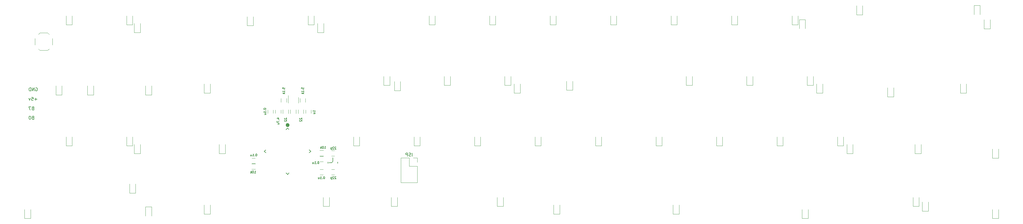
<source format=gbo>
G04 #@! TF.GenerationSoftware,KiCad,Pcbnew,(5.99.0-11177-g6c67dfa032)*
G04 #@! TF.CreationDate,2021-08-04T18:30:16+03:00*
G04 #@! TF.ProjectId,lyra_beta,6c797261-5f62-4657-9461-2e6b69636164,rev?*
G04 #@! TF.SameCoordinates,Original*
G04 #@! TF.FileFunction,Legend,Bot*
G04 #@! TF.FilePolarity,Positive*
%FSLAX46Y46*%
G04 Gerber Fmt 4.6, Leading zero omitted, Abs format (unit mm)*
G04 Created by KiCad (PCBNEW (5.99.0-11177-g6c67dfa032)) date 2021-08-04 18:30:16*
%MOMM*%
%LPD*%
G01*
G04 APERTURE LIST*
%ADD10C,0.150000*%
%ADD11C,0.120000*%
G04 APERTURE END LIST*
D10*
X88367728Y-91937828D02*
X87605823Y-91937828D01*
X87986776Y-92318780D02*
X87986776Y-91556876D01*
X86653443Y-91318780D02*
X87129633Y-91318780D01*
X87177252Y-91794971D01*
X87129633Y-91747352D01*
X87034395Y-91699733D01*
X86796300Y-91699733D01*
X86701062Y-91747352D01*
X86653443Y-91794971D01*
X86605823Y-91890209D01*
X86605823Y-92128304D01*
X86653443Y-92223542D01*
X86701062Y-92271161D01*
X86796300Y-92318780D01*
X87034395Y-92318780D01*
X87129633Y-92271161D01*
X87177252Y-92223542D01*
X86272490Y-91652114D02*
X86034395Y-92318780D01*
X85796300Y-91652114D01*
X87034495Y-97747571D02*
X86891638Y-97795190D01*
X86844019Y-97842809D01*
X86796400Y-97938047D01*
X86796400Y-98080904D01*
X86844019Y-98176142D01*
X86891638Y-98223761D01*
X86986876Y-98271380D01*
X87367828Y-98271380D01*
X87367828Y-97271380D01*
X87034495Y-97271380D01*
X86939257Y-97319000D01*
X86891638Y-97366619D01*
X86844019Y-97461857D01*
X86844019Y-97557095D01*
X86891638Y-97652333D01*
X86939257Y-97699952D01*
X87034495Y-97747571D01*
X87367828Y-97747571D01*
X86177352Y-97271380D02*
X86082114Y-97271380D01*
X85986876Y-97319000D01*
X85939257Y-97366619D01*
X85891638Y-97461857D01*
X85844019Y-97652333D01*
X85844019Y-97890428D01*
X85891638Y-98080904D01*
X85939257Y-98176142D01*
X85986876Y-98223761D01*
X86082114Y-98271380D01*
X86177352Y-98271380D01*
X86272590Y-98223761D01*
X86320209Y-98176142D01*
X86367828Y-98080904D01*
X86415447Y-97890428D01*
X86415447Y-97652333D01*
X86367828Y-97461857D01*
X86320209Y-97366619D01*
X86272590Y-97319000D01*
X86177352Y-97271380D01*
X87034495Y-94771471D02*
X86891638Y-94819090D01*
X86844019Y-94866709D01*
X86796400Y-94961947D01*
X86796400Y-95104804D01*
X86844019Y-95200042D01*
X86891638Y-95247661D01*
X86986876Y-95295280D01*
X87367828Y-95295280D01*
X87367828Y-94295280D01*
X87034495Y-94295280D01*
X86939257Y-94342900D01*
X86891638Y-94390519D01*
X86844019Y-94485757D01*
X86844019Y-94580995D01*
X86891638Y-94676233D01*
X86939257Y-94723852D01*
X87034495Y-94771471D01*
X87367828Y-94771471D01*
X86463066Y-94295280D02*
X85796400Y-94295280D01*
X86224971Y-95295280D01*
X166371333Y-97862061D02*
X166338000Y-97895394D01*
X166304666Y-97962061D01*
X166304666Y-98128728D01*
X166338000Y-98195394D01*
X166371333Y-98228728D01*
X166438000Y-98262061D01*
X166504666Y-98262061D01*
X166604666Y-98228728D01*
X167004666Y-97828728D01*
X167004666Y-98262061D01*
X166371333Y-98528728D02*
X166338000Y-98562061D01*
X166304666Y-98628728D01*
X166304666Y-98795394D01*
X166338000Y-98862061D01*
X166371333Y-98895394D01*
X166438000Y-98928728D01*
X166504666Y-98928728D01*
X166604666Y-98895394D01*
X167004666Y-98495394D01*
X167004666Y-98928728D01*
X171133465Y-97862061D02*
X171100132Y-97895394D01*
X171066798Y-97962061D01*
X171066798Y-98128728D01*
X171100132Y-98195394D01*
X171133465Y-98228728D01*
X171200132Y-98262061D01*
X171266798Y-98262061D01*
X171366798Y-98228728D01*
X171766798Y-97828728D01*
X171766798Y-98262061D01*
X171133465Y-98528728D02*
X171100132Y-98562061D01*
X171066798Y-98628728D01*
X171066798Y-98795394D01*
X171100132Y-98862061D01*
X171133465Y-98895394D01*
X171200132Y-98928728D01*
X171266798Y-98928728D01*
X171366798Y-98895394D01*
X171766798Y-98495394D01*
X171766798Y-98928728D01*
X171662111Y-88680179D02*
X171662111Y-88346846D01*
X171995445Y-88313512D01*
X171962111Y-88346846D01*
X171928778Y-88413512D01*
X171928778Y-88580179D01*
X171962111Y-88646846D01*
X171995445Y-88680179D01*
X172062111Y-88713512D01*
X172228778Y-88713512D01*
X172295445Y-88680179D01*
X172328778Y-88646846D01*
X172362111Y-88580179D01*
X172362111Y-88413512D01*
X172328778Y-88346846D01*
X172295445Y-88313512D01*
X172295445Y-89013512D02*
X172328778Y-89046846D01*
X172362111Y-89013512D01*
X172328778Y-88980179D01*
X172295445Y-89013512D01*
X172362111Y-89013512D01*
X172362111Y-89713512D02*
X172362111Y-89313512D01*
X172362111Y-89513512D02*
X171662111Y-89513512D01*
X171762111Y-89446846D01*
X171828778Y-89380179D01*
X171862111Y-89313512D01*
X172362111Y-90013512D02*
X171662111Y-90013512D01*
X172095445Y-90080179D02*
X172362111Y-90280179D01*
X171895445Y-90280179D02*
X172162111Y-90013512D01*
X87939153Y-88389800D02*
X88034391Y-88342180D01*
X88177248Y-88342180D01*
X88320105Y-88389800D01*
X88415343Y-88485038D01*
X88462962Y-88580276D01*
X88510581Y-88770752D01*
X88510581Y-88913609D01*
X88462962Y-89104085D01*
X88415343Y-89199323D01*
X88320105Y-89294561D01*
X88177248Y-89342180D01*
X88082010Y-89342180D01*
X87939153Y-89294561D01*
X87891534Y-89246942D01*
X87891534Y-88913609D01*
X88082010Y-88913609D01*
X87462962Y-89342180D02*
X87462962Y-88342180D01*
X86891534Y-89342180D01*
X86891534Y-88342180D01*
X86415343Y-89342180D02*
X86415343Y-88342180D01*
X86177248Y-88342180D01*
X86034391Y-88389800D01*
X85939153Y-88485038D01*
X85891534Y-88580276D01*
X85843915Y-88770752D01*
X85843915Y-88913609D01*
X85891534Y-89104085D01*
X85939153Y-89199323D01*
X86034391Y-89294561D01*
X86177248Y-89342180D01*
X86415343Y-89342180D01*
X165708981Y-88680179D02*
X165708981Y-88346846D01*
X166042315Y-88313512D01*
X166008981Y-88346846D01*
X165975648Y-88413512D01*
X165975648Y-88580179D01*
X166008981Y-88646846D01*
X166042315Y-88680179D01*
X166108981Y-88713512D01*
X166275648Y-88713512D01*
X166342315Y-88680179D01*
X166375648Y-88646846D01*
X166408981Y-88580179D01*
X166408981Y-88413512D01*
X166375648Y-88346846D01*
X166342315Y-88313512D01*
X166342315Y-89013512D02*
X166375648Y-89046846D01*
X166408981Y-89013512D01*
X166375648Y-88980179D01*
X166342315Y-89013512D01*
X166408981Y-89013512D01*
X166408981Y-89713512D02*
X166408981Y-89313512D01*
X166408981Y-89513512D02*
X165708981Y-89513512D01*
X165808981Y-89446846D01*
X165875648Y-89380179D01*
X165908981Y-89313512D01*
X166408981Y-90013512D02*
X165708981Y-90013512D01*
X166142315Y-90080179D02*
X166408981Y-90280179D01*
X165942315Y-90280179D02*
X166208981Y-90013512D01*
X175933989Y-95880809D02*
X175933989Y-95480809D01*
X175933989Y-95680809D02*
X175233989Y-95680809D01*
X175333989Y-95614142D01*
X175400656Y-95547476D01*
X175433989Y-95480809D01*
X175467323Y-96480809D02*
X175933989Y-96480809D01*
X175467323Y-96180809D02*
X175833989Y-96180809D01*
X175900656Y-96214142D01*
X175933989Y-96280809D01*
X175933989Y-96380809D01*
X175900656Y-96447476D01*
X175867323Y-96480809D01*
X156840847Y-115211971D02*
X157240847Y-115211971D01*
X157040847Y-115211971D02*
X157040847Y-114511971D01*
X157107514Y-114611971D01*
X157174181Y-114678638D01*
X157240847Y-114711971D01*
X156407514Y-114511971D02*
X156340847Y-114511971D01*
X156274181Y-114545305D01*
X156240847Y-114578638D01*
X156207514Y-114645305D01*
X156174181Y-114778638D01*
X156174181Y-114945305D01*
X156207514Y-115078638D01*
X156240847Y-115145305D01*
X156274181Y-115178638D01*
X156340847Y-115211971D01*
X156407514Y-115211971D01*
X156474181Y-115178638D01*
X156507514Y-115145305D01*
X156540847Y-115078638D01*
X156574181Y-114945305D01*
X156574181Y-114778638D01*
X156540847Y-114645305D01*
X156507514Y-114578638D01*
X156474181Y-114545305D01*
X156407514Y-114511971D01*
X155874181Y-115211971D02*
X155874181Y-114511971D01*
X155807514Y-114945305D02*
X155607514Y-115211971D01*
X155607514Y-114745305D02*
X155874181Y-115011971D01*
X157474181Y-109154154D02*
X157407514Y-109154154D01*
X157340847Y-109187488D01*
X157307514Y-109220821D01*
X157274181Y-109287488D01*
X157240847Y-109420821D01*
X157240847Y-109587488D01*
X157274181Y-109720821D01*
X157307514Y-109787488D01*
X157340847Y-109820821D01*
X157407514Y-109854154D01*
X157474181Y-109854154D01*
X157540847Y-109820821D01*
X157574181Y-109787488D01*
X157607514Y-109720821D01*
X157640847Y-109587488D01*
X157640847Y-109420821D01*
X157607514Y-109287488D01*
X157574181Y-109220821D01*
X157540847Y-109187488D01*
X157474181Y-109154154D01*
X156940847Y-109787488D02*
X156907514Y-109820821D01*
X156940847Y-109854154D01*
X156974181Y-109820821D01*
X156940847Y-109787488D01*
X156940847Y-109854154D01*
X156240847Y-109854154D02*
X156640847Y-109854154D01*
X156440847Y-109854154D02*
X156440847Y-109154154D01*
X156507514Y-109254154D01*
X156574181Y-109320821D01*
X156640847Y-109354154D01*
X155640847Y-109387488D02*
X155640847Y-109854154D01*
X155940847Y-109387488D02*
X155940847Y-109754154D01*
X155907514Y-109820821D01*
X155840847Y-109854154D01*
X155740847Y-109854154D01*
X155674181Y-109820821D01*
X155640847Y-109787488D01*
X159755851Y-94938415D02*
X159755851Y-95005081D01*
X159789185Y-95071748D01*
X159822518Y-95105081D01*
X159889185Y-95138415D01*
X160022518Y-95171748D01*
X160189185Y-95171748D01*
X160322518Y-95138415D01*
X160389185Y-95105081D01*
X160422518Y-95071748D01*
X160455851Y-95005081D01*
X160455851Y-94938415D01*
X160422518Y-94871748D01*
X160389185Y-94838415D01*
X160322518Y-94805081D01*
X160189185Y-94771748D01*
X160022518Y-94771748D01*
X159889185Y-94805081D01*
X159822518Y-94838415D01*
X159789185Y-94871748D01*
X159755851Y-94938415D01*
X160389185Y-95471748D02*
X160422518Y-95505081D01*
X160455851Y-95471748D01*
X160422518Y-95438415D01*
X160389185Y-95471748D01*
X160455851Y-95471748D01*
X160455851Y-96171748D02*
X160455851Y-95771748D01*
X160455851Y-95971748D02*
X159755851Y-95971748D01*
X159855851Y-95905081D01*
X159922518Y-95838415D01*
X159955851Y-95771748D01*
X159989185Y-96771748D02*
X160455851Y-96771748D01*
X159989185Y-96471748D02*
X160355851Y-96471748D01*
X160422518Y-96505081D01*
X160455851Y-96571748D01*
X160455851Y-96671748D01*
X160422518Y-96738415D01*
X160389185Y-96771748D01*
X178791701Y-116297910D02*
X178725034Y-116297910D01*
X178658367Y-116331244D01*
X178625034Y-116364577D01*
X178591701Y-116431244D01*
X178558367Y-116564577D01*
X178558367Y-116731244D01*
X178591701Y-116864577D01*
X178625034Y-116931244D01*
X178658367Y-116964577D01*
X178725034Y-116997910D01*
X178791701Y-116997910D01*
X178858367Y-116964577D01*
X178891701Y-116931244D01*
X178925034Y-116864577D01*
X178958367Y-116731244D01*
X178958367Y-116564577D01*
X178925034Y-116431244D01*
X178891701Y-116364577D01*
X178858367Y-116331244D01*
X178791701Y-116297910D01*
X178258367Y-116931244D02*
X178225034Y-116964577D01*
X178258367Y-116997910D01*
X178291701Y-116964577D01*
X178258367Y-116931244D01*
X178258367Y-116997910D01*
X177558367Y-116997910D02*
X177958367Y-116997910D01*
X177758367Y-116997910D02*
X177758367Y-116297910D01*
X177825034Y-116397910D01*
X177891701Y-116464577D01*
X177958367Y-116497910D01*
X176958367Y-116531244D02*
X176958367Y-116997910D01*
X177258367Y-116531244D02*
X177258367Y-116897910D01*
X177225034Y-116964577D01*
X177158367Y-116997910D01*
X177058367Y-116997910D01*
X176991701Y-116964577D01*
X176958367Y-116931244D01*
X164156376Y-98138520D02*
X164623042Y-98138520D01*
X163889709Y-97971854D02*
X164389709Y-97805187D01*
X164389709Y-98238520D01*
X164556376Y-98505187D02*
X164589709Y-98538520D01*
X164623042Y-98505187D01*
X164589709Y-98471854D01*
X164556376Y-98505187D01*
X164623042Y-98505187D01*
X163923042Y-98771854D02*
X163923042Y-99238520D01*
X164623042Y-98938520D01*
X164156376Y-99805187D02*
X164623042Y-99805187D01*
X164156376Y-99505187D02*
X164523042Y-99505187D01*
X164589709Y-99538520D01*
X164623042Y-99605187D01*
X164623042Y-99705187D01*
X164589709Y-99771854D01*
X164556376Y-99805187D01*
X182530245Y-116364577D02*
X182496912Y-116331244D01*
X182430245Y-116297910D01*
X182263579Y-116297910D01*
X182196912Y-116331244D01*
X182163579Y-116364577D01*
X182130245Y-116431244D01*
X182130245Y-116497910D01*
X182163579Y-116597910D01*
X182563579Y-116997910D01*
X182130245Y-116997910D01*
X181863579Y-116364577D02*
X181830245Y-116331244D01*
X181763579Y-116297910D01*
X181596912Y-116297910D01*
X181530245Y-116331244D01*
X181496912Y-116364577D01*
X181463579Y-116431244D01*
X181463579Y-116497910D01*
X181496912Y-116597910D01*
X181896912Y-116997910D01*
X181463579Y-116997910D01*
X181163579Y-116531244D02*
X181163579Y-117231244D01*
X181163579Y-116564577D02*
X181096912Y-116531244D01*
X180963579Y-116531244D01*
X180896912Y-116564577D01*
X180863579Y-116597910D01*
X180830245Y-116664577D01*
X180830245Y-116864577D01*
X180863579Y-116931244D01*
X180896912Y-116964577D01*
X180963579Y-116997910D01*
X181096912Y-116997910D01*
X181163579Y-116964577D01*
X182533166Y-107028333D02*
X182499833Y-106995000D01*
X182433166Y-106961666D01*
X182266500Y-106961666D01*
X182199833Y-106995000D01*
X182166500Y-107028333D01*
X182133166Y-107095000D01*
X182133166Y-107161666D01*
X182166500Y-107261666D01*
X182566500Y-107661666D01*
X182133166Y-107661666D01*
X181866500Y-107028333D02*
X181833166Y-106995000D01*
X181766500Y-106961666D01*
X181599833Y-106961666D01*
X181533166Y-106995000D01*
X181499833Y-107028333D01*
X181466500Y-107095000D01*
X181466500Y-107161666D01*
X181499833Y-107261666D01*
X181899833Y-107661666D01*
X181466500Y-107661666D01*
X181166500Y-107195000D02*
X181166500Y-107895000D01*
X181166500Y-107228333D02*
X181099833Y-107195000D01*
X180966500Y-107195000D01*
X180899833Y-107228333D01*
X180866500Y-107261666D01*
X180833166Y-107328333D01*
X180833166Y-107528333D01*
X180866500Y-107595000D01*
X180899833Y-107628333D01*
X180966500Y-107661666D01*
X181099833Y-107661666D01*
X181166500Y-107628333D01*
X178867428Y-107472902D02*
X179267428Y-107472902D01*
X179067428Y-107472902D02*
X179067428Y-106772902D01*
X179134095Y-106872902D01*
X179200762Y-106939569D01*
X179267428Y-106972902D01*
X178434095Y-106772902D02*
X178367428Y-106772902D01*
X178300762Y-106806236D01*
X178267428Y-106839569D01*
X178234095Y-106906236D01*
X178200762Y-107039569D01*
X178200762Y-107206236D01*
X178234095Y-107339569D01*
X178267428Y-107406236D01*
X178300762Y-107439569D01*
X178367428Y-107472902D01*
X178434095Y-107472902D01*
X178500762Y-107439569D01*
X178534095Y-107406236D01*
X178567428Y-107339569D01*
X178600762Y-107206236D01*
X178600762Y-107039569D01*
X178567428Y-106906236D01*
X178534095Y-106839569D01*
X178500762Y-106806236D01*
X178434095Y-106772902D01*
X177900762Y-107472902D02*
X177900762Y-106772902D01*
X177834095Y-107206236D02*
X177634095Y-107472902D01*
X177634095Y-107006236D02*
X177900762Y-107272902D01*
X177005762Y-111535406D02*
X176939095Y-111535406D01*
X176872428Y-111568740D01*
X176839095Y-111602073D01*
X176805762Y-111668740D01*
X176772428Y-111802073D01*
X176772428Y-111968740D01*
X176805762Y-112102073D01*
X176839095Y-112168740D01*
X176872428Y-112202073D01*
X176939095Y-112235406D01*
X177005762Y-112235406D01*
X177072428Y-112202073D01*
X177105762Y-112168740D01*
X177139095Y-112102073D01*
X177172428Y-111968740D01*
X177172428Y-111802073D01*
X177139095Y-111668740D01*
X177105762Y-111602073D01*
X177072428Y-111568740D01*
X177005762Y-111535406D01*
X176472428Y-112168740D02*
X176439095Y-112202073D01*
X176472428Y-112235406D01*
X176505762Y-112202073D01*
X176472428Y-112168740D01*
X176472428Y-112235406D01*
X175772428Y-112235406D02*
X176172428Y-112235406D01*
X175972428Y-112235406D02*
X175972428Y-111535406D01*
X176039095Y-111635406D01*
X176105762Y-111702073D01*
X176172428Y-111735406D01*
X175172428Y-111768740D02*
X175172428Y-112235406D01*
X175472428Y-111768740D02*
X175472428Y-112135406D01*
X175439095Y-112202073D01*
X175372428Y-112235406D01*
X175272428Y-112235406D01*
X175205762Y-112202073D01*
X175172428Y-112168740D01*
X206498510Y-109876500D02*
X206498510Y-108876500D01*
X206069939Y-109828881D02*
X205927081Y-109876500D01*
X205688986Y-109876500D01*
X205593748Y-109828881D01*
X205546129Y-109781262D01*
X205498510Y-109686024D01*
X205498510Y-109590786D01*
X205546129Y-109495548D01*
X205593748Y-109447929D01*
X205688986Y-109400310D01*
X205879462Y-109352691D01*
X205974700Y-109305072D01*
X206022320Y-109257453D01*
X206069939Y-109162215D01*
X206069939Y-109066977D01*
X206022320Y-108971739D01*
X205974700Y-108924120D01*
X205879462Y-108876500D01*
X205641367Y-108876500D01*
X205498510Y-108924120D01*
X205069939Y-109876500D02*
X205069939Y-108876500D01*
X204688986Y-108876500D01*
X204593748Y-108924120D01*
X204546129Y-108971739D01*
X204498510Y-109066977D01*
X204498510Y-109209834D01*
X204546129Y-109305072D01*
X204593748Y-109352691D01*
X204688986Y-109400310D01*
X205069939Y-109400310D01*
D11*
X91737500Y-71068800D02*
X89237500Y-71068800D01*
X92187500Y-71518800D02*
X91737500Y-71068800D01*
X87737500Y-72818800D02*
X87737500Y-74818800D01*
X88787500Y-76118800D02*
X89237500Y-76568800D01*
X88787500Y-71518800D02*
X89237500Y-71068800D01*
X93237500Y-72818800D02*
X93237500Y-74818800D01*
X91737500Y-76568800D02*
X89237500Y-76568800D01*
X92187500Y-76118800D02*
X91737500Y-76568800D01*
X167568000Y-96436900D02*
X167568000Y-95236900D01*
X165808000Y-95236900D02*
X165808000Y-96436900D01*
X169949000Y-96445300D02*
X169949000Y-95245300D01*
X168189000Y-95245300D02*
X168189000Y-96445300D01*
X172330000Y-96445300D02*
X172330000Y-95245300D01*
X170570000Y-95245300D02*
X170570000Y-96445300D01*
X171165000Y-91673500D02*
X171165000Y-92873500D01*
X172925000Y-92873500D02*
X172925000Y-91673500D01*
X167459000Y-93173500D02*
X167459000Y-90723500D01*
X170679000Y-91373500D02*
X170679000Y-93173500D01*
X166972000Y-92873500D02*
X166972000Y-91673500D01*
X165212000Y-91673500D02*
X165212000Y-92873500D01*
X331223000Y-129495000D02*
X329303000Y-129495000D01*
X331223000Y-126635000D02*
X331223000Y-129495000D01*
X329303000Y-129495000D02*
X329303000Y-126635000D01*
X172981000Y-96345300D02*
X172981000Y-95345300D01*
X174681000Y-95345300D02*
X174681000Y-96345300D01*
X155967200Y-113989000D02*
X157167200Y-113989000D01*
X157167200Y-112229000D02*
X155967200Y-112229000D01*
X157067200Y-112173000D02*
X156067200Y-112173000D01*
X156067200Y-110473000D02*
X157067200Y-110473000D01*
X161075000Y-96345300D02*
X161075000Y-95345300D01*
X162775000Y-95345300D02*
X162775000Y-96345300D01*
X177498000Y-114045000D02*
X178498000Y-114045000D01*
X178498000Y-115745000D02*
X177498000Y-115745000D01*
X163456000Y-96345300D02*
X163456000Y-95345300D01*
X165156000Y-95345300D02*
X165156000Y-96345300D01*
X181070000Y-114045000D02*
X182070000Y-114045000D01*
X182070000Y-115745000D02*
X181070000Y-115745000D01*
D10*
X181170000Y-111919000D02*
X181570000Y-111519000D01*
X181170000Y-111919000D02*
X180320000Y-111919000D01*
X179970000Y-112119000D02*
X179970000Y-111719000D01*
X183070000Y-112119000D02*
X183070000Y-111719000D01*
X181570000Y-111519000D02*
X181570000Y-110319000D01*
D11*
X181070000Y-108092000D02*
X182070000Y-108092000D01*
X182070000Y-109792000D02*
X181070000Y-109792000D01*
X178598000Y-108062000D02*
X177398000Y-108062000D01*
X177398000Y-109822000D02*
X178598000Y-109822000D01*
D10*
X167283000Y-101028445D02*
X166805703Y-101505742D01*
X167283000Y-115665555D02*
X167760297Y-115188258D01*
X167283000Y-115665555D02*
X166805703Y-115188258D01*
X167283000Y-101028445D02*
X167689586Y-101435031D01*
X167372803Y-99995362D02*
X167283000Y-100085164D01*
X174601555Y-108347000D02*
X174124258Y-107869703D01*
X159964445Y-108347000D02*
X160441742Y-108824297D01*
X159964445Y-108347000D02*
X160441742Y-107869703D01*
X174601555Y-108347000D02*
X174124258Y-108824297D01*
X167410001Y-100085164D02*
G75*
G03*
X167410001Y-100085164I-127001J0D01*
G01*
X167684610Y-100085164D02*
G75*
G03*
X167684610Y-100085164I-401610J0D01*
G01*
X167806635Y-100085164D02*
G75*
G03*
X167806635Y-100085164I-523635J0D01*
G01*
X167537000Y-100085164D02*
G75*
G03*
X167537000Y-100085164I-254000J0D01*
G01*
X167566981Y-100085164D02*
G75*
G03*
X167566981Y-100085164I-283981J0D01*
G01*
D11*
X177498000Y-109878000D02*
X178498000Y-109878000D01*
X178498000Y-111578000D02*
X177498000Y-111578000D01*
X386589000Y-69725600D02*
X386589000Y-66865600D01*
X388509000Y-69725600D02*
X386589000Y-69725600D01*
X388509000Y-66865600D02*
X388509000Y-69725600D01*
X154551500Y-68789000D02*
X154551500Y-65929000D01*
X156471500Y-68789000D02*
X154551500Y-68789000D01*
X156471500Y-65929000D02*
X156471500Y-68789000D01*
X178624000Y-70916200D02*
X176704000Y-70916200D01*
X178624000Y-68056200D02*
X178624000Y-70916200D01*
X176704000Y-70916200D02*
X176704000Y-68056200D01*
X232798000Y-68535000D02*
X230878000Y-68535000D01*
X230878000Y-68535000D02*
X230878000Y-65675000D01*
X232798000Y-65675000D02*
X232798000Y-68535000D01*
X270898000Y-68535000D02*
X268978000Y-68535000D01*
X270898000Y-65675000D02*
X270898000Y-68535000D01*
X268978000Y-68535000D02*
X268978000Y-65675000D01*
X308998000Y-65675000D02*
X308998000Y-68535000D01*
X307078000Y-68535000D02*
X307078000Y-65675000D01*
X308998000Y-68535000D02*
X307078000Y-68535000D01*
X348368500Y-62509000D02*
X348368500Y-65369000D01*
X346448500Y-65369000D02*
X346448500Y-62509000D01*
X348368500Y-65369000D02*
X346448500Y-65369000D01*
X383444000Y-65293800D02*
X383444000Y-62433800D01*
X385364000Y-62433800D02*
X385364000Y-65293800D01*
X383444000Y-62433800D02*
X385364000Y-62433800D01*
X97528000Y-68535000D02*
X97528000Y-65675000D01*
X99448000Y-65675000D02*
X99448000Y-68535000D01*
X99448000Y-68535000D02*
X97528000Y-68535000D01*
X120878000Y-68056200D02*
X120878000Y-70916200D01*
X120878000Y-70916200D02*
X118958000Y-70916200D01*
X118958000Y-70916200D02*
X118958000Y-68056200D01*
X142905300Y-89966200D02*
X140985300Y-89966200D01*
X140985300Y-89966200D02*
X140985300Y-87106200D01*
X142905300Y-87106200D02*
X142905300Y-89966200D01*
X199460000Y-87585000D02*
X197540000Y-87585000D01*
X199460000Y-84725000D02*
X199460000Y-87585000D01*
X197540000Y-87585000D02*
X197540000Y-84725000D01*
X237560000Y-87585000D02*
X235640000Y-87585000D01*
X235640000Y-87585000D02*
X235640000Y-84725000D01*
X237560000Y-84725000D02*
X237560000Y-87585000D01*
X257055500Y-86249000D02*
X257055500Y-89109000D01*
X257055500Y-89109000D02*
X255135500Y-89109000D01*
X255135500Y-89109000D02*
X255135500Y-86249000D01*
X313760000Y-84725000D02*
X313760000Y-87585000D01*
X311840000Y-87585000D02*
X311840000Y-84725000D01*
X313760000Y-87585000D02*
X311840000Y-87585000D01*
X333866000Y-89966200D02*
X333866000Y-87106200D01*
X335786000Y-89966200D02*
X333866000Y-89966200D01*
X335786000Y-87106200D02*
X335786000Y-89966200D01*
X381030000Y-87106200D02*
X381030000Y-89966200D01*
X381030000Y-89966200D02*
X379110000Y-89966200D01*
X379110000Y-89966200D02*
X379110000Y-87106200D01*
X96209500Y-90561500D02*
X94289500Y-90561500D01*
X94289500Y-90561500D02*
X94289500Y-87701500D01*
X96209500Y-87701500D02*
X96209500Y-90561500D01*
X122530000Y-90561500D02*
X122530000Y-87701500D01*
X124450000Y-87701500D02*
X124450000Y-90561500D01*
X124450000Y-90561500D02*
X122530000Y-90561500D01*
X145747800Y-109016000D02*
X145747800Y-106156000D01*
X147667800Y-109016000D02*
X145747800Y-109016000D01*
X147667800Y-106156000D02*
X147667800Y-109016000D01*
X208985000Y-106635000D02*
X207065000Y-106635000D01*
X207065000Y-106635000D02*
X207065000Y-103775000D01*
X208985000Y-103775000D02*
X208985000Y-106635000D01*
X247085000Y-106635000D02*
X245165000Y-106635000D01*
X245165000Y-106635000D02*
X245165000Y-103775000D01*
X247085000Y-103775000D02*
X247085000Y-106635000D01*
X285185000Y-106635000D02*
X283265000Y-106635000D01*
X283265000Y-106635000D02*
X283265000Y-103775000D01*
X285185000Y-103775000D02*
X285185000Y-106635000D01*
X323285000Y-106635000D02*
X321365000Y-106635000D01*
X323285000Y-103775000D02*
X323285000Y-106635000D01*
X321365000Y-106635000D02*
X321365000Y-103775000D01*
X345312000Y-106156000D02*
X345312000Y-109016000D01*
X343392000Y-109016000D02*
X343392000Y-106156000D01*
X345312000Y-109016000D02*
X343392000Y-109016000D01*
X391167000Y-110496600D02*
X389247000Y-110496600D01*
X391167000Y-107636600D02*
X391167000Y-110496600D01*
X389247000Y-110496600D02*
X389247000Y-107636600D01*
X97528000Y-106635000D02*
X97528000Y-103775000D01*
X99448000Y-103775000D02*
X99448000Y-106635000D01*
X99448000Y-106635000D02*
X97528000Y-106635000D01*
X120878000Y-109016000D02*
X118958000Y-109016000D01*
X120878000Y-106156000D02*
X120878000Y-109016000D01*
X118958000Y-109016000D02*
X118958000Y-106156000D01*
X142905300Y-128066000D02*
X140985300Y-128066000D01*
X140985300Y-128066000D02*
X140985300Y-125206000D01*
X142905300Y-125206000D02*
X142905300Y-128066000D01*
X201841000Y-122825000D02*
X201841000Y-125685000D01*
X201841000Y-125685000D02*
X199921000Y-125685000D01*
X199921000Y-125685000D02*
X199921000Y-122825000D01*
X252956000Y-128066000D02*
X251036000Y-128066000D01*
X252956000Y-125206000D02*
X252956000Y-128066000D01*
X251036000Y-128066000D02*
X251036000Y-125206000D01*
X290543000Y-128066000D02*
X288623000Y-128066000D01*
X290543000Y-125206000D02*
X290543000Y-128066000D01*
X288623000Y-128066000D02*
X288623000Y-125206000D01*
X369069000Y-124273600D02*
X369069000Y-127133600D01*
X369069000Y-127133600D02*
X367149000Y-127133600D01*
X367149000Y-127133600D02*
X367149000Y-124273600D01*
X86367500Y-126635000D02*
X86367500Y-129495000D01*
X84447500Y-129495000D02*
X84447500Y-126635000D01*
X86367500Y-129495000D02*
X84447500Y-129495000D01*
X124450000Y-125820000D02*
X124450000Y-128680000D01*
X122530000Y-125820000D02*
X124450000Y-125820000D01*
X122530000Y-128680000D02*
X122530000Y-125820000D01*
X173728000Y-68535000D02*
X173728000Y-65675000D01*
X175648000Y-65675000D02*
X175648000Y-68535000D01*
X175648000Y-68535000D02*
X173728000Y-68535000D01*
X213748000Y-65675000D02*
X213748000Y-68535000D01*
X211828000Y-68535000D02*
X211828000Y-65675000D01*
X213748000Y-68535000D02*
X211828000Y-68535000D01*
X249928000Y-68535000D02*
X249928000Y-65675000D01*
X251848000Y-68535000D02*
X249928000Y-68535000D01*
X251848000Y-65675000D02*
X251848000Y-68535000D01*
X289948000Y-68535000D02*
X288028000Y-68535000D01*
X288028000Y-68535000D02*
X288028000Y-65675000D01*
X289948000Y-65675000D02*
X289948000Y-68535000D01*
X328048000Y-68535000D02*
X326128000Y-68535000D01*
X326128000Y-68535000D02*
X326128000Y-65675000D01*
X328048000Y-65675000D02*
X328048000Y-68535000D01*
X330334500Y-66847000D02*
X330334500Y-69707000D01*
X328414500Y-66847000D02*
X330334500Y-66847000D01*
X328414500Y-69707000D02*
X328414500Y-66847000D01*
X118498000Y-68535000D02*
X116578000Y-68535000D01*
X116578000Y-68535000D02*
X116578000Y-65675000D01*
X118498000Y-65675000D02*
X118498000Y-68535000D01*
X202826500Y-89236000D02*
X200906500Y-89236000D01*
X202826500Y-86376000D02*
X202826500Y-89236000D01*
X200906500Y-89236000D02*
X200906500Y-86376000D01*
X216590000Y-87585000D02*
X216590000Y-84725000D01*
X218510000Y-84725000D02*
X218510000Y-87585000D01*
X218510000Y-87585000D02*
X216590000Y-87585000D01*
X238617000Y-89966200D02*
X238617000Y-87106200D01*
X240537000Y-87106200D02*
X240537000Y-89966200D01*
X240537000Y-89966200D02*
X238617000Y-89966200D01*
X292790000Y-87585000D02*
X292790000Y-84725000D01*
X294710000Y-87585000D02*
X292790000Y-87585000D01*
X294710000Y-84725000D02*
X294710000Y-87585000D01*
X332810000Y-84725000D02*
X332810000Y-87585000D01*
X332810000Y-87585000D02*
X330890000Y-87585000D01*
X330890000Y-87585000D02*
X330890000Y-84725000D01*
X356228000Y-91156900D02*
X356228000Y-88296900D01*
X358148000Y-91156900D02*
X356228000Y-91156900D01*
X358148000Y-88296900D02*
X358148000Y-91156900D01*
X104259000Y-90561500D02*
X104259000Y-87701500D01*
X106179000Y-87701500D02*
X106179000Y-90561500D01*
X106179000Y-90561500D02*
X104259000Y-90561500D01*
X189935000Y-106635000D02*
X188015000Y-106635000D01*
X188015000Y-106635000D02*
X188015000Y-103775000D01*
X189935000Y-103775000D02*
X189935000Y-106635000D01*
X228035000Y-103775000D02*
X228035000Y-106635000D01*
X228035000Y-106635000D02*
X226115000Y-106635000D01*
X226115000Y-106635000D02*
X226115000Y-103775000D01*
X266135000Y-103775000D02*
X266135000Y-106635000D01*
X266135000Y-106635000D02*
X264215000Y-106635000D01*
X264215000Y-106635000D02*
X264215000Y-103775000D01*
X304235000Y-106635000D02*
X302315000Y-106635000D01*
X302315000Y-106635000D02*
X302315000Y-103775000D01*
X304235000Y-103775000D02*
X304235000Y-106635000D01*
X340415000Y-106635000D02*
X340415000Y-103775000D01*
X342335000Y-106635000D02*
X340415000Y-106635000D01*
X342335000Y-103775000D02*
X342335000Y-106635000D01*
X366743000Y-109016000D02*
X364823000Y-109016000D01*
X364823000Y-109016000D02*
X364823000Y-106156000D01*
X366743000Y-106156000D02*
X366743000Y-109016000D01*
X116578000Y-106635000D02*
X116578000Y-103775000D01*
X118498000Y-106635000D02*
X116578000Y-106635000D01*
X118498000Y-103775000D02*
X118498000Y-106635000D01*
X180410000Y-125685000D02*
X178490000Y-125685000D01*
X180410000Y-122825000D02*
X180410000Y-125685000D01*
X178490000Y-125685000D02*
X178490000Y-122825000D01*
X235179000Y-122825000D02*
X235179000Y-125685000D01*
X233259000Y-125685000D02*
X233259000Y-122825000D01*
X235179000Y-125685000D02*
X233259000Y-125685000D01*
X366148000Y-122825000D02*
X366148000Y-125685000D01*
X364228000Y-125685000D02*
X364228000Y-122825000D01*
X366148000Y-125685000D02*
X364228000Y-125685000D01*
X391167000Y-126635000D02*
X391167000Y-129495000D01*
X389247000Y-129495000D02*
X389247000Y-126635000D01*
X391167000Y-129495000D02*
X389247000Y-129495000D01*
X117507000Y-121518000D02*
X117507000Y-118658000D01*
X119427000Y-118658000D02*
X119427000Y-121518000D01*
X119427000Y-121518000D02*
X117507000Y-121518000D01*
X202954500Y-110430000D02*
X202954500Y-118170000D01*
X208154500Y-113030000D02*
X205554500Y-113030000D01*
X205554500Y-113030000D02*
X205554500Y-110430000D01*
X208154500Y-118170000D02*
X202954500Y-118170000D01*
X205554500Y-110430000D02*
X202954500Y-110430000D01*
X208154500Y-110430000D02*
X206824500Y-110430000D01*
X208154500Y-113030000D02*
X208154500Y-118170000D01*
X208154500Y-111760000D02*
X208154500Y-110430000D01*
M02*

</source>
